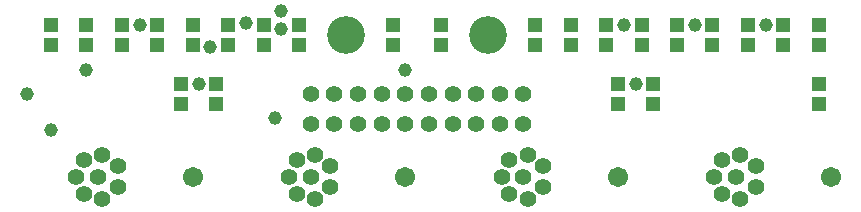
<source format=gts>
G75*
G70*
%OFA0B0*%
%FSLAX24Y24*%
%IPPOS*%
%LPD*%
%AMOC8*
5,1,8,0,0,1.08239X$1,22.5*
%
%ADD10C,0.1261*%
%ADD11C,0.0552*%
%ADD12C,0.0671*%
%ADD13R,0.0474X0.0513*%
%ADD14C,0.0456*%
D10*
X029428Y007581D03*
X034152Y007581D03*
D11*
X033759Y005613D03*
X034546Y005613D03*
X035334Y005613D03*
X035334Y004628D03*
X034546Y004628D03*
X033759Y004628D03*
X032971Y004628D03*
X032184Y004628D03*
X031397Y004628D03*
X030609Y004628D03*
X029822Y004628D03*
X029034Y004628D03*
X028247Y004628D03*
X028247Y005613D03*
X029034Y005613D03*
X029822Y005613D03*
X030609Y005613D03*
X031397Y005613D03*
X032184Y005613D03*
X032971Y005613D03*
X035471Y003585D03*
X034861Y003428D03*
X035983Y003211D03*
X035334Y002857D03*
X035983Y002502D03*
X035471Y002128D03*
X034861Y002286D03*
X034605Y002857D03*
X028897Y003211D03*
X028385Y003585D03*
X027774Y003428D03*
X027519Y002857D03*
X028247Y002857D03*
X028897Y002502D03*
X028385Y002128D03*
X027774Y002286D03*
X021810Y002502D03*
X021160Y002857D03*
X020432Y002857D03*
X020688Y002286D03*
X021298Y002128D03*
X021810Y003211D03*
X021298Y003585D03*
X020688Y003428D03*
X041692Y002857D03*
X041948Y002286D03*
X042558Y002128D03*
X043070Y002502D03*
X042420Y002857D03*
X043070Y003211D03*
X042558Y003585D03*
X041948Y003428D03*
D12*
X038483Y002857D03*
X031397Y002857D03*
X024310Y002857D03*
X045570Y002857D03*
D13*
X045176Y005278D03*
X045176Y005947D03*
X045176Y007246D03*
X045176Y007916D03*
X043995Y007916D03*
X042814Y007916D03*
X042814Y007246D03*
X043995Y007246D03*
X041633Y007246D03*
X040452Y007246D03*
X040452Y007916D03*
X041633Y007916D03*
X039271Y007916D03*
X039271Y007246D03*
X038089Y007246D03*
X036908Y007246D03*
X036908Y007916D03*
X038089Y007916D03*
X035727Y007916D03*
X035727Y007246D03*
X032578Y007246D03*
X032578Y007916D03*
X031003Y007916D03*
X031003Y007246D03*
X027853Y007246D03*
X026672Y007246D03*
X026672Y007916D03*
X027853Y007916D03*
X025491Y007916D03*
X024310Y007916D03*
X024310Y007246D03*
X025491Y007246D03*
X023129Y007246D03*
X021948Y007246D03*
X021948Y007916D03*
X023129Y007916D03*
X020767Y007916D03*
X019586Y007916D03*
X019586Y007246D03*
X020767Y007246D03*
X023916Y005947D03*
X023916Y005278D03*
X025097Y005278D03*
X025097Y005947D03*
X038483Y005947D03*
X038483Y005278D03*
X039664Y005278D03*
X039664Y005947D03*
D14*
X018798Y005613D03*
X020767Y006400D03*
X022538Y007916D03*
X024900Y007187D03*
X026082Y007975D03*
X027263Y007778D03*
X027263Y008369D03*
X031397Y006400D03*
X027066Y004825D03*
X024507Y005947D03*
X019586Y004431D03*
X038680Y007916D03*
X041042Y007916D03*
X043404Y007916D03*
X039074Y005947D03*
M02*

</source>
